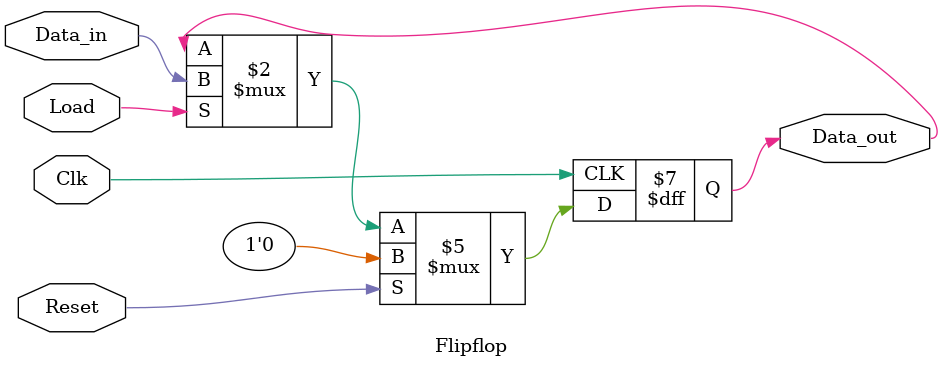
<source format=sv>
module Reg_16 (	input Clk, Reset, Load,
						input [15:0] Data_in,
						output logic [15:0] Data_out	);
	
	always_ff @ (posedge Clk) begin
		if (Reset)
			Data_out <= 16'b0;
		else if (Load)
			Data_out <= Data_in;
	end

endmodule

module Flipflop (	input Clk, Reset, Load,
						input Data_in,
						output logic Data_out	);
	
	always_ff @ (posedge Clk) begin
		if (Reset)
			Data_out <= 1'b0;
		else if (Load)
			Data_out <= Data_in;
	end

endmodule

</source>
